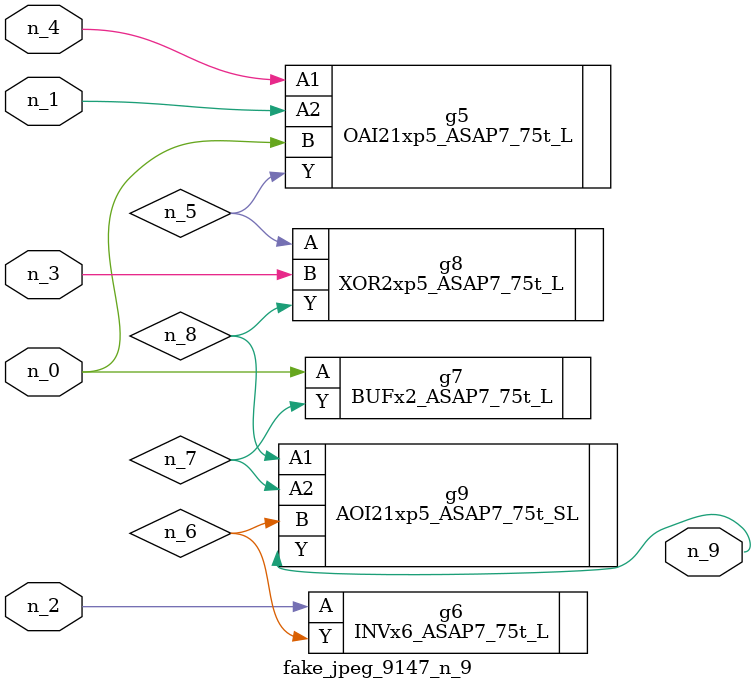
<source format=v>
module fake_jpeg_9147_n_9 (n_3, n_2, n_1, n_0, n_4, n_9);

input n_3;
input n_2;
input n_1;
input n_0;
input n_4;

output n_9;

wire n_8;
wire n_6;
wire n_5;
wire n_7;

OAI21xp5_ASAP7_75t_L g5 ( 
.A1(n_4),
.A2(n_1),
.B(n_0),
.Y(n_5)
);

INVx6_ASAP7_75t_L g6 ( 
.A(n_2),
.Y(n_6)
);

BUFx2_ASAP7_75t_L g7 ( 
.A(n_0),
.Y(n_7)
);

XOR2xp5_ASAP7_75t_L g8 ( 
.A(n_5),
.B(n_3),
.Y(n_8)
);

AOI21xp5_ASAP7_75t_SL g9 ( 
.A1(n_8),
.A2(n_7),
.B(n_6),
.Y(n_9)
);


endmodule
</source>
